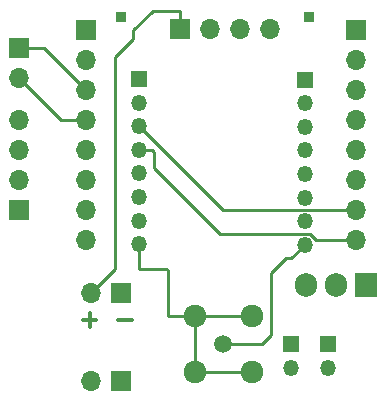
<source format=gbr>
%TF.GenerationSoftware,KiCad,Pcbnew,7.0.7*%
%TF.CreationDate,2024-01-13T12:59:24-05:00*%
%TF.ProjectId,sx7_footprints,7378375f-666f-46f7-9470-72696e74732e,rev?*%
%TF.SameCoordinates,Original*%
%TF.FileFunction,Copper,L1,Top*%
%TF.FilePolarity,Positive*%
%FSLAX46Y46*%
G04 Gerber Fmt 4.6, Leading zero omitted, Abs format (unit mm)*
G04 Created by KiCad (PCBNEW 7.0.7) date 2024-01-13 12:59:24*
%MOMM*%
%LPD*%
G01*
G04 APERTURE LIST*
%ADD10C,0.300000*%
%TA.AperFunction,NonConductor*%
%ADD11C,0.300000*%
%TD*%
%TA.AperFunction,ComponentPad*%
%ADD12R,1.700000X1.700000*%
%TD*%
%TA.AperFunction,ComponentPad*%
%ADD13O,1.700000X1.700000*%
%TD*%
%TA.AperFunction,ComponentPad*%
%ADD14R,0.850000X0.850000*%
%TD*%
%TA.AperFunction,ComponentPad*%
%ADD15R,1.905000X2.000000*%
%TD*%
%TA.AperFunction,ComponentPad*%
%ADD16O,1.905000X2.000000*%
%TD*%
%TA.AperFunction,ComponentPad*%
%ADD17C,1.508000*%
%TD*%
%TA.AperFunction,ComponentPad*%
%ADD18C,1.920000*%
%TD*%
%TA.AperFunction,ComponentPad*%
%ADD19R,1.350000X1.350000*%
%TD*%
%TA.AperFunction,ComponentPad*%
%ADD20O,1.350000X1.350000*%
%TD*%
%TA.AperFunction,Conductor*%
%ADD21C,0.250000*%
%TD*%
G04 APERTURE END LIST*
D10*
D11*
X132507510Y-98162400D02*
X133650368Y-98162400D01*
X133078939Y-98733828D02*
X133078939Y-97590971D01*
X135507510Y-98162400D02*
X136650368Y-98162400D01*
D12*
%TO.P,PWR,1*%
%TO.N,N/C*%
X135763000Y-103378000D03*
D13*
%TO.P,PWR,2*%
X133223000Y-103378000D03*
%TD*%
D14*
%TO.P,REF\u002A\u002A,1*%
%TO.N,N/C*%
X135763000Y-72517000D03*
%TD*%
D12*
%TO.P,REF\u002A\u002A,1*%
%TO.N,N/C*%
X127127000Y-75184000D03*
D13*
%TO.P,REF\u002A\u002A,2*%
X127127000Y-77724000D03*
%TD*%
D15*
%TO.P,REF\u002A\u002A,1*%
%TO.N,N/C*%
X156464000Y-95194000D03*
D16*
%TO.P,REF\u002A\u002A,2*%
X153924000Y-95194000D03*
%TO.P,REF\u002A\u002A,3*%
X151384000Y-95194000D03*
%TD*%
D17*
%TO.P,RF OUT,1*%
%TO.N,N/C*%
X144399000Y-100203000D03*
D18*
%TO.P,RF OUT,G1*%
X141999000Y-97803000D03*
%TO.P,RF OUT,G2*%
X141999000Y-102603000D03*
%TO.P,RF OUT,G3*%
X146799000Y-102603000D03*
%TO.P,RF OUT,G4*%
X146799000Y-97803000D03*
%TD*%
D19*
%TO.P,REF\u002A\u002A,1*%
%TO.N,N/C*%
X151287000Y-77821000D03*
D20*
%TO.P,REF\u002A\u002A,2*%
X151287000Y-79821000D03*
%TO.P,REF\u002A\u002A,3*%
X151287000Y-81821000D03*
%TO.P,REF\u002A\u002A,4*%
X151287000Y-83821000D03*
%TO.P,REF\u002A\u002A,5*%
X151287000Y-85821000D03*
%TO.P,REF\u002A\u002A,6*%
X151287000Y-87821000D03*
%TO.P,REF\u002A\u002A,7*%
X151287000Y-89821000D03*
%TO.P,REF\u002A\u002A,8*%
X151287000Y-91821000D03*
%TD*%
D19*
%TO.P,REF\u002A\u002A,1*%
%TO.N,N/C*%
X137287000Y-77771000D03*
D20*
%TO.P,REF\u002A\u002A,2*%
X137287000Y-79771000D03*
%TO.P,REF\u002A\u002A,3*%
X137287000Y-81771000D03*
%TO.P,REF\u002A\u002A,4*%
X137287000Y-83771000D03*
%TO.P,REF\u002A\u002A,5*%
X137287000Y-85771000D03*
%TO.P,REF\u002A\u002A,6*%
X137287000Y-87771000D03*
%TO.P,REF\u002A\u002A,7*%
X137287000Y-89771000D03*
%TO.P,REF\u002A\u002A,8*%
X137287000Y-91771000D03*
%TD*%
D12*
%TO.P,REF\u002A\u002A,1*%
%TO.N,N/C*%
X127127000Y-88890000D03*
D13*
%TO.P,REF\u002A\u002A,2*%
X127127000Y-86350000D03*
%TO.P,REF\u002A\u002A,3*%
X127127000Y-83810000D03*
%TO.P,REF\u002A\u002A,4*%
X127127000Y-81270000D03*
%TD*%
D12*
%TO.P,REF\u002A\u002A,1*%
%TO.N,N/C*%
X155600400Y-73609200D03*
D13*
%TO.P,REF\u002A\u002A,2*%
X155600400Y-76149200D03*
%TO.P,REF\u002A\u002A,3*%
X155600400Y-78689200D03*
%TO.P,REF\u002A\u002A,4*%
X155600400Y-81229200D03*
%TO.P,REF\u002A\u002A,5*%
X155600400Y-83769200D03*
%TO.P,REF\u002A\u002A,6*%
X155600400Y-86309200D03*
%TO.P,REF\u002A\u002A,7*%
X155600400Y-88849200D03*
%TO.P,REF\u002A\u002A,8*%
X155600400Y-91389200D03*
%TD*%
D14*
%TO.P,REF\u002A\u002A,1*%
%TO.N,N/C*%
X151638000Y-72517000D03*
%TD*%
D13*
%TO.P,PWR,2*%
%TO.N,N/C*%
X133223000Y-95885000D03*
D12*
%TO.P,PWR,1*%
X135763000Y-95885000D03*
%TD*%
D19*
%TO.P,REF\u002A\u002A,1*%
%TO.N,N/C*%
X153289000Y-100219000D03*
D20*
%TO.P,REF\u002A\u002A,2*%
X153289000Y-102219000D03*
%TD*%
D12*
%TO.P,REF\u002A\u002A,1*%
%TO.N,N/C*%
X132740400Y-73609200D03*
D13*
%TO.P,REF\u002A\u002A,2*%
X132740400Y-76149200D03*
%TO.P,REF\u002A\u002A,3*%
X132740400Y-78689200D03*
%TO.P,REF\u002A\u002A,4*%
X132740400Y-81229200D03*
%TO.P,REF\u002A\u002A,5*%
X132740400Y-83769200D03*
%TO.P,REF\u002A\u002A,6*%
X132740400Y-86309200D03*
%TO.P,REF\u002A\u002A,7*%
X132740400Y-88849200D03*
%TO.P,REF\u002A\u002A,8*%
X132740400Y-91389200D03*
%TD*%
D12*
%TO.P,REF\u002A\u002A,1*%
%TO.N,N/C*%
X140716000Y-73533000D03*
D13*
%TO.P,REF\u002A\u002A,2*%
X143256000Y-73533000D03*
%TO.P,REF\u002A\u002A,3*%
X145796000Y-73533000D03*
%TO.P,REF\u002A\u002A,4*%
X148336000Y-73533000D03*
%TD*%
D19*
%TO.P,REF\u002A\u002A,1*%
%TO.N,N/C*%
X150114000Y-100219000D03*
D20*
%TO.P,REF\u002A\u002A,2*%
X150114000Y-102219000D03*
%TD*%
D21*
%TO.N,*%
X144365200Y-88849200D02*
X137287000Y-81771000D01*
X141999000Y-97803000D02*
X139713000Y-97803000D01*
X147701000Y-100203000D02*
X144399000Y-100203000D01*
X149733000Y-92964000D02*
X148463000Y-94234000D01*
X135255000Y-75946000D02*
X136779000Y-74422000D01*
X155600400Y-91389200D02*
X152222200Y-91389200D01*
X139573000Y-93853000D02*
X137287000Y-93853000D01*
X138557000Y-85344000D02*
X138557000Y-83947000D01*
X151287000Y-91821000D02*
X150144000Y-92964000D01*
X138381000Y-83771000D02*
X137287000Y-83771000D01*
X132740400Y-78689200D02*
X129235200Y-75184000D01*
X139713000Y-97803000D02*
X139700000Y-97790000D01*
X136779000Y-74422000D02*
X136779000Y-73660000D01*
X146799000Y-102603000D02*
X141999000Y-102603000D01*
X151765000Y-90932000D02*
X144145000Y-90932000D01*
X141999000Y-102603000D02*
X141999000Y-97803000D01*
X148463000Y-94234000D02*
X148463000Y-99441000D01*
X150144000Y-92964000D02*
X149733000Y-92964000D01*
X139700000Y-93980000D02*
X139573000Y-93853000D01*
X144145000Y-90932000D02*
X138557000Y-85344000D01*
X138430000Y-72009000D02*
X140716000Y-72009000D01*
X155600400Y-88849200D02*
X144365200Y-88849200D01*
X135255000Y-93853000D02*
X135255000Y-75946000D01*
X130632200Y-81229200D02*
X127127000Y-77724000D01*
X146799000Y-97803000D02*
X141999000Y-97803000D01*
X133223000Y-95885000D02*
X135255000Y-93853000D01*
X136779000Y-73660000D02*
X138430000Y-72009000D01*
X140716000Y-72009000D02*
X140716000Y-73533000D01*
X148463000Y-99441000D02*
X147701000Y-100203000D01*
X138557000Y-83947000D02*
X138381000Y-83771000D01*
X139700000Y-97790000D02*
X139700000Y-93980000D01*
X132740400Y-81229200D02*
X130632200Y-81229200D01*
X152222200Y-91389200D02*
X151765000Y-90932000D01*
X129235200Y-75184000D02*
X127127000Y-75184000D01*
X137287000Y-93853000D02*
X137287000Y-91771000D01*
%TD*%
M02*

</source>
